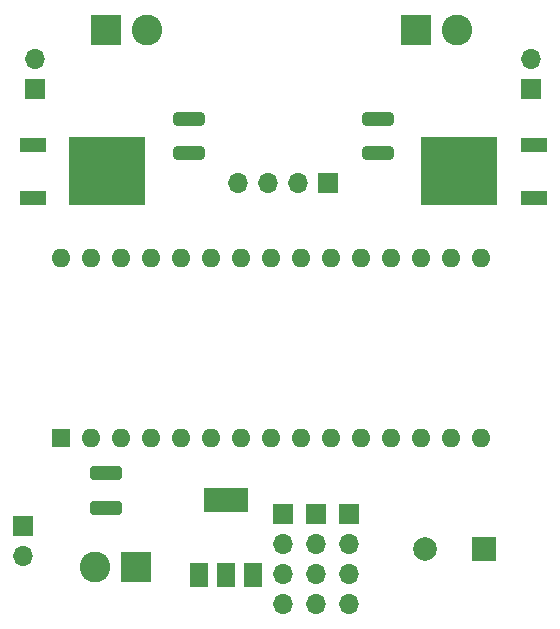
<source format=gbr>
%TF.GenerationSoftware,KiCad,Pcbnew,(6.0.1)*%
%TF.CreationDate,2022-02-20T15:56:06+01:00*%
%TF.ProjectId,NANOFC,4e414e4f-4643-42e6-9b69-6361645f7063,rev?*%
%TF.SameCoordinates,Original*%
%TF.FileFunction,Soldermask,Bot*%
%TF.FilePolarity,Negative*%
%FSLAX46Y46*%
G04 Gerber Fmt 4.6, Leading zero omitted, Abs format (unit mm)*
G04 Created by KiCad (PCBNEW (6.0.1)) date 2022-02-20 15:56:06*
%MOMM*%
%LPD*%
G01*
G04 APERTURE LIST*
G04 Aperture macros list*
%AMRoundRect*
0 Rectangle with rounded corners*
0 $1 Rounding radius*
0 $2 $3 $4 $5 $6 $7 $8 $9 X,Y pos of 4 corners*
0 Add a 4 corners polygon primitive as box body*
4,1,4,$2,$3,$4,$5,$6,$7,$8,$9,$2,$3,0*
0 Add four circle primitives for the rounded corners*
1,1,$1+$1,$2,$3*
1,1,$1+$1,$4,$5*
1,1,$1+$1,$6,$7*
1,1,$1+$1,$8,$9*
0 Add four rect primitives between the rounded corners*
20,1,$1+$1,$2,$3,$4,$5,0*
20,1,$1+$1,$4,$5,$6,$7,0*
20,1,$1+$1,$6,$7,$8,$9,0*
20,1,$1+$1,$8,$9,$2,$3,0*%
G04 Aperture macros list end*
%ADD10R,2.600000X2.600000*%
%ADD11C,2.600000*%
%ADD12R,1.700000X1.700000*%
%ADD13O,1.700000X1.700000*%
%ADD14R,2.000000X2.000000*%
%ADD15C,2.000000*%
%ADD16R,1.600000X1.600000*%
%ADD17O,1.600000X1.600000*%
%ADD18R,2.200000X1.200000*%
%ADD19R,6.400000X5.800000*%
%ADD20RoundRect,0.250000X1.075000X-0.312500X1.075000X0.312500X-1.075000X0.312500X-1.075000X-0.312500X0*%
%ADD21RoundRect,0.250000X1.100000X-0.325000X1.100000X0.325000X-1.100000X0.325000X-1.100000X-0.325000X0*%
%ADD22R,1.500000X2.000000*%
%ADD23R,3.800000X2.000000*%
%ADD24RoundRect,0.250000X-1.075000X0.312500X-1.075000X-0.312500X1.075000X-0.312500X1.075000X0.312500X0*%
G04 APERTURE END LIST*
D10*
%TO.C,Pyro 2*%
X160000000Y-67000000D03*
D11*
X163500000Y-67000000D03*
%TD*%
D12*
%TO.C,Master Arm*%
X153000000Y-109000000D03*
D13*
X153000000Y-111540000D03*
%TD*%
D14*
%TO.C,BZ1*%
X192000000Y-111000000D03*
D15*
X187000000Y-111000000D03*
%TD*%
D12*
%TO.C,J3*%
X178800000Y-80000000D03*
D13*
X176260000Y-80000000D03*
X173720000Y-80000000D03*
X171180000Y-80000000D03*
%TD*%
D12*
%TO.C,GND*%
X180600000Y-108000000D03*
D13*
X180600000Y-110540000D03*
X180600000Y-113080000D03*
X180600000Y-115620000D03*
%TD*%
D16*
%TO.C,A1*%
X156210000Y-101590000D03*
D17*
X158750000Y-101590000D03*
X161290000Y-101590000D03*
X163830000Y-101590000D03*
X166370000Y-101590000D03*
X168910000Y-101590000D03*
X171450000Y-101590000D03*
X173990000Y-101590000D03*
X176530000Y-101590000D03*
X179070000Y-101590000D03*
X181610000Y-101590000D03*
X184150000Y-101590000D03*
X186690000Y-101590000D03*
X189230000Y-101590000D03*
X191770000Y-101590000D03*
X191770000Y-86350000D03*
X189230000Y-86350000D03*
X186690000Y-86350000D03*
X184150000Y-86350000D03*
X181610000Y-86350000D03*
X179070000Y-86350000D03*
X176530000Y-86350000D03*
X173990000Y-86350000D03*
X171450000Y-86350000D03*
X168910000Y-86350000D03*
X166370000Y-86350000D03*
X163830000Y-86350000D03*
X161290000Y-86350000D03*
X158750000Y-86350000D03*
X156210000Y-86350000D03*
%TD*%
D12*
%TO.C,P1 Arm*%
X196000000Y-72000000D03*
D13*
X196000000Y-69460000D03*
%TD*%
D12*
%TO.C,V+*%
X177800000Y-108000000D03*
D13*
X177800000Y-110540000D03*
X177800000Y-113080000D03*
X177800000Y-115620000D03*
%TD*%
D10*
%TO.C,Pyro 1*%
X186250000Y-67000000D03*
D11*
X189750000Y-67000000D03*
%TD*%
D10*
%TO.C,Power in*%
X162560000Y-112455000D03*
D11*
X159060000Y-112455000D03*
%TD*%
D12*
%TO.C,P2 Arm*%
X154000000Y-72000000D03*
D13*
X154000000Y-69460000D03*
%TD*%
D12*
%TO.C,SIG*%
X175000000Y-108000000D03*
D13*
X175000000Y-110540000D03*
X175000000Y-113080000D03*
X175000000Y-115620000D03*
%TD*%
D18*
%TO.C,Q1*%
X196200000Y-76720000D03*
D19*
X189900000Y-79000000D03*
D18*
X196200000Y-81280000D03*
%TD*%
D20*
%TO.C,R1*%
X183000000Y-77462500D03*
X183000000Y-74537500D03*
%TD*%
D21*
%TO.C,C1*%
X160000000Y-107475000D03*
X160000000Y-104525000D03*
%TD*%
D18*
%TO.C,Q2*%
X153800000Y-81280000D03*
D19*
X160100000Y-79000000D03*
D18*
X153800000Y-76720000D03*
%TD*%
D22*
%TO.C,U1*%
X172480000Y-113150000D03*
D23*
X170180000Y-106850000D03*
D22*
X170180000Y-113150000D03*
X167880000Y-113150000D03*
%TD*%
D24*
%TO.C,R2*%
X167000000Y-74537500D03*
X167000000Y-77462500D03*
%TD*%
M02*

</source>
